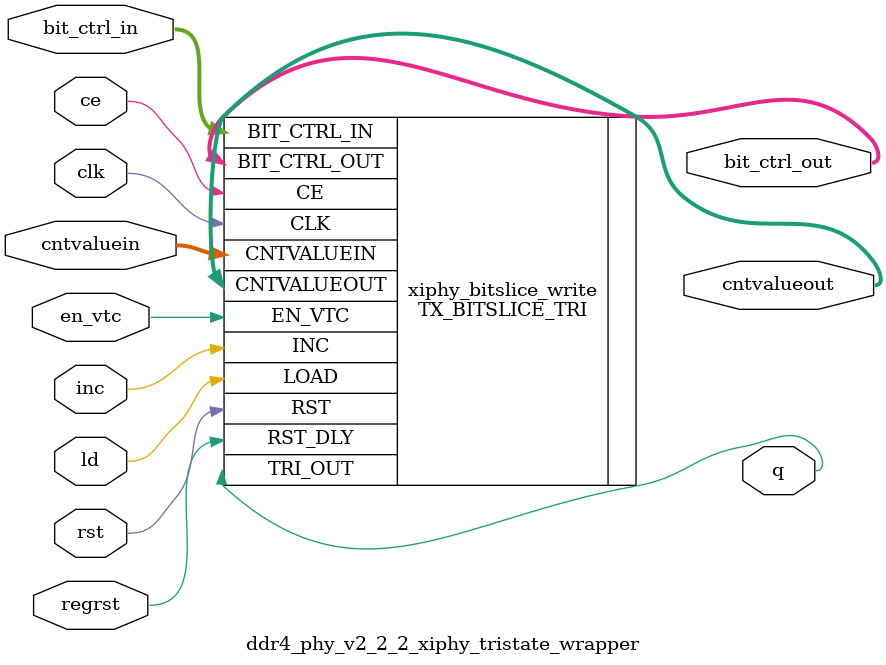
<source format=sv>

`timescale 1ps / 1ps

module ddr4_phy_v2_2_2_xiphy_tristate_wrapper #(

   parameter integer   DATA_WIDTH	= 8,           //8, 4, 1-bit interface 
   parameter           INIT             = 1'b0,        //Initial Oserdes value
   parameter           DELAY_TYPE       = "FIXED",     //FIXED, VAR_LOAD, VARIABLE type of ODELAY     
   parameter           DELAY_FORMAT     = "TIME",      //TIME (mc_fixed_dly_ratio = (2*9)*(1000000/REFCLK_FREQ/DELAY_VAL), COUNT (mc_fixed_delay_ratio={9'b0, DELAY_VAL})
   parameter           UPDATE_MODE      = "ASYNC",     //ASYNC (mc_le_manual=0,mc_le_async=1), SYNC(mc_le_manual=0,mc_le_sync=0), MANUAL (mc_le_manual=1,mc_le_async=0)
   parameter           DELAY_VAL        = 0,           //0 to 1250 ps
   parameter real      REFCLK_FREQ	= 300.0,       //300-2667 MHz
   parameter           OUTPUT_PHASE_90  = "FALSE",      //Delay DQ phase by 90 wrt write DQS
   parameter           NATIVE_ODELAY_BYPASS  = "FALSE",     //Delay DQ phase by 90 wrt write DQS
   parameter           SIM_DEVICE            = "ULTRASCALE"
) (
  input          ce,                 // odelay ce
  input          clk,                // odelay clk
  input          inc,                // odelay inc
  input          ld,                 // odelay ld
  input  [8:0]   cntvaluein,         // odelay 
  output [8:0]   cntvalueout,        // odelay cntvalueout
  output         q,                  // TX q output
  input          regrst,             // odelay reset
  input          rst,                // oserdes reset
  input          en_vtc,             // odelay en_vtc
  //Ribbon cable input bus from bitslice control 
//  input  [3:0]   nib_ctrl_in,        // {ddr_clk, div2_clk, div4_clk, ctrl_clk}  

  //Ribbon cable per-bit input bus from bitslice control 
  input  [39:0]  bit_ctrl_in,
  // {div4_clk, div2_clk, ddr_clk, force_oe_b, d[7:0], ctl2bs_tx_ddr_phase_sel, tx_bs_reset, tx_mux_360_p_sel, tx_mux_360_n_sel, tx_mux_720_p0_sel, tx_mux_720_p1_sel, tx_mux_720_p2_sel, tx_mux_720_p3_sel, 
  //toggle_div2_sel, ctl2bs_dynamic_mode_en, ctrl_ce, ctrl_inc, ctrl_ld, ctrl_dly[8:0], ctrl_clk}  

  //Ribbon cable per-bit output bus to bitslice control 
  //{bs2ctl_tx_ddr_phase_sel, vtc_ready, cntvalueout[8:0]}         
//  input  [10:0]  bit_ctrl_out 
  output  [39:0]  bit_ctrl_out

);

`ifdef ULTRASCALE_PHY_BLH
B_TX_BITSLICE_TRI #(
`else
TX_BITSLICE_TRI #(
`endif
   .DATA_WIDTH              (DATA_WIDTH),       //8, 2, 1
   .DELAY_FORMAT            (DELAY_FORMAT),     //TIME, COUNT
   .UPDATE_MODE             (UPDATE_MODE),      //SYNC, ASYNC, MANUAL 
   .INIT	                (INIT),             //Initial Oserdes value             
   .DELAY_TYPE   	        (DELAY_TYPE),       //FIXED, VAR_LOAD, VARIABLE
   .DELAY_VALUE	            (DELAY_VAL),        //0 to 1250 ps
   .REFCLK_FREQUENCY	    (REFCLK_FREQ),      //300-2667
   .OUTPUT_PHASE_90	        (OUTPUT_PHASE_90),   //delay output phase by 90
`ifndef ULTRASCALE_PHY_BLH
   .SIM_DEVICE              (SIM_DEVICE),
`endif
   .NATIVE_ODELAY_BYPASS    (NATIVE_ODELAY_BYPASS)
) 
xiphy_bitslice_write
(
   .CE                      (ce),
   .CLK                     (clk),
   .INC                     (inc),
   .LOAD                    (ld),
   .CNTVALUEIN              (cntvaluein),
   .CNTVALUEOUT             (cntvalueout),
   .TRI_OUT                 (q),
   .RST_DLY                 (regrst),
   .RST                     (rst),
   .EN_VTC                  (en_vtc),
 //  .NIB_CTRL_IN             (nib_ctrl_in),
   .BIT_CTRL_IN             (bit_ctrl_in),
   .BIT_CTRL_OUT            (bit_ctrl_out)
);

endmodule


</source>
